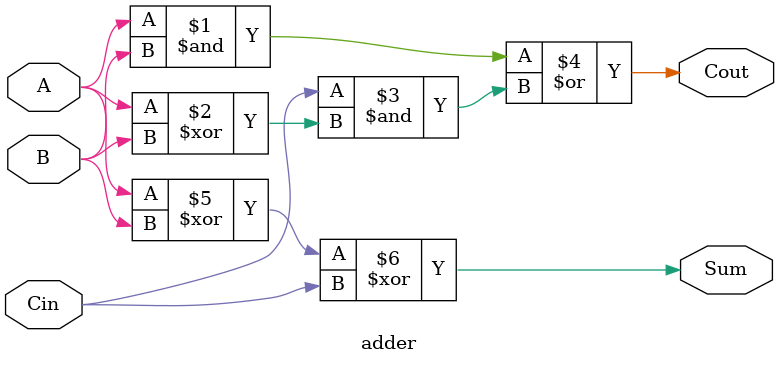
<source format=sv>
`timescale 1ns / 1ps


module adder(
    input A,
    input B,
    input Cin,
    output Cout,
    output Sum
    );
    assign Cout = (A & B) | (Cin & (A ^ B));
    assign Sum = A ^ B ^ Cin;
endmodule

</source>
